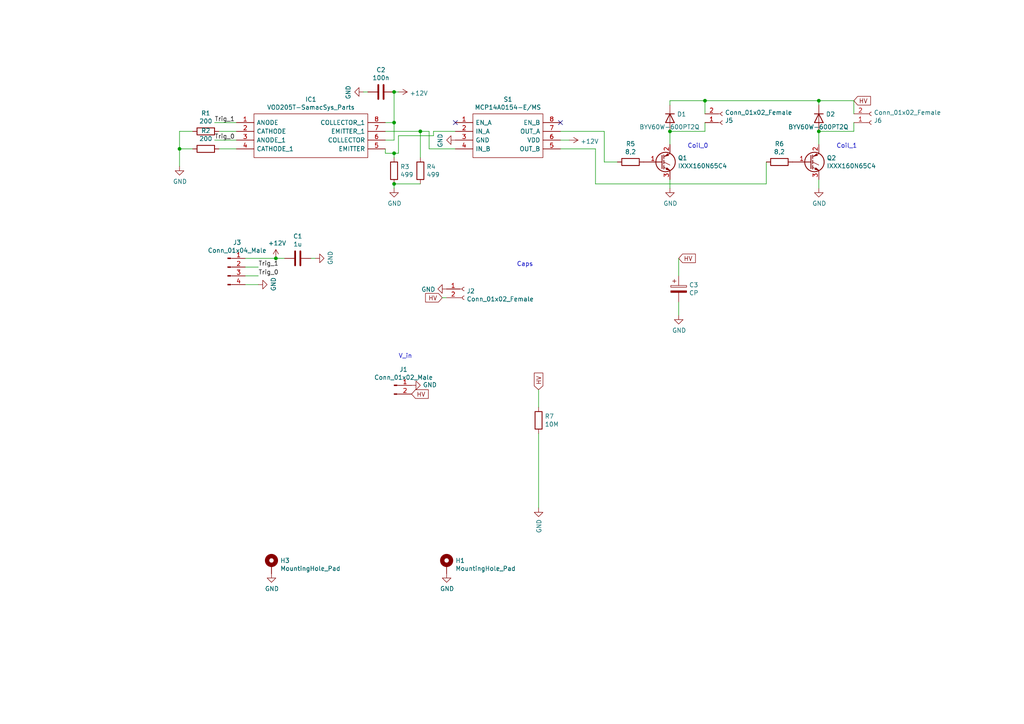
<source format=kicad_sch>
(kicad_sch (version 20230121) (generator eeschema)
  (paper "A4")
  (lib_symbols
    (symbol "Device:C" (pin_numbers hide) (pin_names (offset 0.254))
      (property "Reference" "C" (at 0.635 2.54 0))
      (property "Value" "C" (at 0.635 -2.54 0))
      (symbol "C_0_1"
        (polyline (pts (xy -2.032 -0.762) (xy 2.032 -0.762)) (stroke (width 0.508)))
        (polyline (pts (xy -2.032 0.762) (xy 2.032 0.762)) (stroke (width 0.508)))
      )
      (symbol "C_1_1"
        (pin passive line (at 0 3.81 270) (length 2.794) (name "~") (number "1"))
        (pin passive line (at 0 -3.81 90) (length 2.794) (name "~") (number "2"))
      )
    )
    (symbol "Device:D" (pin_numbers hide) (pin_names (offset 1.016) hide)
      (property "Reference" "D" (at 0 2.54 0))
      (property "Value" "D" (at 0 -2.54 0))
      (symbol "D_0_1"
        (polyline (pts (xy -1.27 1.27) (xy -1.27 -1.27)) (stroke (width 0.254)))
        (polyline (pts (xy 1.27 0) (xy -1.27 0)))
        (polyline (pts (xy 1.27 1.27) (xy 1.27 -1.27) (xy -1.27 0) (xy 1.27 1.27)) (stroke (width 0.254)))
      )
      (symbol "D_1_1"
        (pin passive line (at -3.81 0 0) (length 2.54) (name "K") (number "1"))
        (pin passive line (at 3.81 0 180) (length 2.54) (name "A") (number "2"))
      )
    )
    (symbol "Device:Q_NIGBT_GCE" (pin_names (offset 0) hide)
      (property "Reference" "Q" (at 5.08 1.27 0))
      (property "Value" "Q_NIGBT_GCE" (at 5.08 -1.27 0))
      (symbol "Q_NIGBT_GCE_0_1"
        (polyline (pts (xy 0.762 -1.016) (xy 0.762 -2.032)) (stroke (width 0.254)))
        (polyline (pts (xy 0.762 0.508) (xy 0.762 -0.508)) (stroke (width 0.254)))
        (polyline (pts (xy 0.762 2.032) (xy 0.762 1.016)) (stroke (width 0.254)))
        (polyline (pts (xy 2.54 -2.413) (xy 0.762 -1.524)))
        (polyline (pts (xy 2.54 -0.889) (xy 0.762 0)))
        (polyline (pts (xy 2.54 2.413) (xy 0.762 1.524)))
        (polyline (pts (xy 0.254 1.905) (xy 0.254 -1.905) (xy 0.254 -1.905)) (stroke (width 0.254)))
        (polyline (pts (xy 1.397 -2.159) (xy 1.651 -1.651) (xy 2.54 -2.413) (xy 1.397 -2.159)) (fill (type outline)))
        (polyline (pts (xy 2.159 1.905) (xy 1.905 2.413) (xy 1.016 1.651) (xy 2.159 1.905)) (fill (type outline)))
        (circle (center 1.27 0) (radius 2.8194) (stroke (width 0.254)))
      )
      (symbol "Q_NIGBT_GCE_1_1"
        (pin input line (at -5.08 0 0) (length 5.334) (name "G") (number "1"))
        (pin passive line (at 2.54 5.08 270) (length 2.54) (name "C") (number "2"))
        (pin passive line (at 2.54 -5.08 90) (length 2.54) (name "E") (number "3"))
      )
    )
    (symbol "Device:R" (pin_numbers hide) (pin_names (offset 0))
      (property "Reference" "R" (at 2.032 0 90))
      (property "Value" "R" (at 0 0 90))
      (symbol "R_0_1"
        (rectangle (start -1.016 -2.54) (end 1.016 2.54) (stroke (width 0.254)))
      )
      (symbol "R_1_1"
        (pin passive line (at 0 3.81 270) (length 1.27) (name "~") (number "1"))
        (pin passive line (at 0 -3.81 90) (length 1.27) (name "~") (number "2"))
      )
    )
    (symbol "Majestix-rescue:CP-Device" (pin_numbers hide) (pin_names (offset 0.254))
      (property "Reference" "C" (at 0.635 2.54 0))
      (property "Value" "Device_CP" (at 0.635 -2.54 0))
      (symbol "CP-Device_0_1"
        (rectangle (start -2.286 0.508) (end 2.286 1.016))
        (polyline (pts (xy -1.778 2.286) (xy -0.762 2.286)))
        (polyline (pts (xy -1.27 2.794) (xy -1.27 1.778)))
        (rectangle (start 2.286 -0.508) (end -2.286 -1.016) (fill (type outline)))
      )
      (symbol "CP-Device_1_1"
        (pin passive line (at 0 3.81 270) (length 2.794) (name "~") (number "1"))
        (pin passive line (at 0 -3.81 90) (length 2.794) (name "~") (number "2"))
      )
    )
    (symbol "Majestix-rescue:Conn_01x02_Female-Connector" (pin_names (offset 1.016) hide)
      (property "Reference" "J" (at 0 2.54 0))
      (property "Value" "Connector_Conn_01x02_Female" (at 0 -5.08 0))
      (symbol "Conn_01x02_Female-Connector_1_1"
        (arc (start 0 -2.032) (mid -0.5058 -2.54) (end 0 -3.048) (stroke (width 0.1524)))
        (polyline (pts (xy -1.27 -2.54) (xy -0.508 -2.54)) (stroke (width 0.1524)))
        (polyline (pts (xy -1.27 0) (xy -0.508 0)) (stroke (width 0.1524)))
        (arc (start 0 0.508) (mid -0.5058 0) (end 0 -0.508) (stroke (width 0.1524)))
        (pin passive line (at -5.08 0 0) (length 3.81) (name "Pin_1") (number "1"))
        (pin passive line (at -5.08 -2.54 0) (length 3.81) (name "Pin_2") (number "2"))
      )
    )
    (symbol "Majestix-rescue:Conn_01x02_Male-Connector" (pin_names (offset 1.016) hide)
      (property "Reference" "J" (at 0 2.54 0))
      (property "Value" "Connector_Conn_01x02_Male" (at 0 -5.08 0))
      (symbol "Conn_01x02_Male-Connector_1_1"
        (polyline (pts (xy 1.27 -2.54) (xy 0.8636 -2.54)) (stroke (width 0.1524)))
        (polyline (pts (xy 1.27 0) (xy 0.8636 0)) (stroke (width 0.1524)))
        (rectangle (start 0.8636 -2.413) (end 0 -2.667) (stroke (width 0.1524)) (fill (type outline)))
        (rectangle (start 0.8636 0.127) (end 0 -0.127) (stroke (width 0.1524)) (fill (type outline)))
        (pin passive line (at 5.08 0 180) (length 3.81) (name "Pin_1") (number "1"))
        (pin passive line (at 5.08 -2.54 180) (length 3.81) (name "Pin_2") (number "2"))
      )
    )
    (symbol "Majestix-rescue:Conn_01x04_Male-Connector" (pin_names (offset 1.016) hide)
      (property "Reference" "J" (at 0 5.08 0))
      (property "Value" "Connector_Conn_01x04_Male" (at 0 -7.62 0))
      (symbol "Conn_01x04_Male-Connector_1_1"
        (polyline (pts (xy 1.27 -5.08) (xy 0.8636 -5.08)) (stroke (width 0.1524)))
        (polyline (pts (xy 1.27 -2.54) (xy 0.8636 -2.54)) (stroke (width 0.1524)))
        (polyline (pts (xy 1.27 0) (xy 0.8636 0)) (stroke (width 0.1524)))
        (polyline (pts (xy 1.27 2.54) (xy 0.8636 2.54)) (stroke (width 0.1524)))
        (rectangle (start 0.8636 -4.953) (end 0 -5.207) (stroke (width 0.1524)) (fill (type outline)))
        (rectangle (start 0.8636 -2.413) (end 0 -2.667) (stroke (width 0.1524)) (fill (type outline)))
        (rectangle (start 0.8636 0.127) (end 0 -0.127) (stroke (width 0.1524)) (fill (type outline)))
        (rectangle (start 0.8636 2.667) (end 0 2.413) (stroke (width 0.1524)) (fill (type outline)))
        (pin passive line (at 5.08 2.54 180) (length 3.81) (name "Pin_1") (number "1"))
        (pin passive line (at 5.08 0 180) (length 3.81) (name "Pin_2") (number "2"))
        (pin passive line (at 5.08 -2.54 180) (length 3.81) (name "Pin_3") (number "3"))
        (pin passive line (at 5.08 -5.08 180) (length 3.81) (name "Pin_4") (number "4"))
      )
    )
    (symbol "Maradona-rescue:MCP14A0154-E_MS-SamacSys_Parts" (pin_names (offset 0.762))
      (property "Reference" "S" (at 26.67 7.62 0))
      (property "Value" "MCP14A0154-E_MS-SamacSys_Parts" (at 26.67 5.08 0))
      (symbol "MCP14A0154-E_MS-SamacSys_Parts_0_0"
        (pin passive line (at 0 0 0) (length 5.08) (name "EN_A") (number "1"))
        (pin input line (at 0 -2.54 0) (length 5.08) (name "IN_A") (number "2"))
        (pin power_in line (at 0 -5.08 0) (length 5.08) (name "GND") (number "3"))
        (pin input line (at 0 -7.62 0) (length 5.08) (name "IN_B") (number "4"))
        (pin output line (at 30.48 -7.62 180) (length 5.08) (name "OUT_B") (number "5"))
        (pin power_in line (at 30.48 -5.08 180) (length 5.08) (name "VDD") (number "6"))
        (pin output line (at 30.48 -2.54 180) (length 5.08) (name "OUT_A") (number "7"))
        (pin passive line (at 30.48 0 180) (length 5.08) (name "EN_B") (number "8"))
      )
      (symbol "MCP14A0154-E_MS-SamacSys_Parts_0_1"
        (polyline (pts (xy 5.08 2.54) (xy 25.4 2.54) (xy 25.4 -10.16) (xy 5.08 -10.16) (xy 5.08 2.54)) (stroke (width 0.1524)))
      )
    )
    (symbol "Maradona-rescue:VOD205T-SamacSys_Parts" (pin_names (offset 0.762))
      (property "Reference" "IC" (at 39.37 7.62 0))
      (property "Value" "VOD205T-SamacSys_Parts" (at 39.37 5.08 0))
      (symbol "VOD205T-SamacSys_Parts_0_0"
        (pin passive line (at 0 0 0) (length 5.08) (name "ANODE") (number "1"))
        (pin passive line (at 0 -2.54 0) (length 5.08) (name "CATHODE") (number "2"))
        (pin passive line (at 0 -5.08 0) (length 5.08) (name "ANODE_1") (number "3"))
        (pin passive line (at 0 -7.62 0) (length 5.08) (name "CATHODE_1") (number "4"))
        (pin passive line (at 43.18 -7.62 180) (length 5.08) (name "EMITTER") (number "5"))
        (pin passive line (at 43.18 -5.08 180) (length 5.08) (name "COLLECTOR") (number "6"))
        (pin passive line (at 43.18 -2.54 180) (length 5.08) (name "EMITTER_1") (number "7"))
        (pin passive line (at 43.18 0 180) (length 5.08) (name "COLLECTOR_1") (number "8"))
      )
      (symbol "VOD205T-SamacSys_Parts_0_1"
        (polyline (pts (xy 5.08 2.54) (xy 38.1 2.54) (xy 38.1 -10.16) (xy 5.08 -10.16) (xy 5.08 2.54)) (stroke (width 0.1524)))
      )
    )
    (symbol "Mechanical:MountingHole_Pad" (pin_numbers hide) (pin_names (offset 1.016) hide)
      (property "Reference" "H" (at 0 6.35 0))
      (property "Value" "MountingHole_Pad" (at 0 4.445 0))
      (symbol "MountingHole_Pad_0_1"
        (circle (center 0 1.27) (radius 1.27) (stroke (width 1.27)))
      )
      (symbol "MountingHole_Pad_1_1"
        (pin input line (at 0 -2.54 90) (length 2.54) (name "1") (number "1"))
      )
    )
    (symbol "power:+12V" (power) (pin_names (offset 0))
      (property "Value" "+12V" (at 0 3.556 0))
      (symbol "+12V_0_1"
        (polyline (pts (xy -0.762 1.27) (xy 0 2.54)))
        (polyline (pts (xy 0 0) (xy 0 2.54)))
        (polyline (pts (xy 0 2.54) (xy 0.762 1.27)))
      )
      (symbol "+12V_1_1"
        (pin power_in line (at 0 0 90) (length 0) hide (name "+12V") (number "1"))
      )
    )
    (symbol "power:GND" (power) (pin_names (offset 0))
      (property "Value" "GND" (at 0 -3.81 0))
      (symbol "GND_0_1"
        (polyline (pts (xy 0 0) (xy 0 -1.27) (xy 1.27 -1.27) (xy 0 -2.54) (xy -1.27 -1.27) (xy 0 -1.27)))
      )
      (symbol "GND_1_1"
        (pin power_in line (at 0 0 270) (length 0) hide (name "GND") (number "1"))
      )
    )
  )
  (junction (at 204.47 29.21))
  (junction (at 237.49 29.21))
  (junction (at 114.3 26.67))
  (junction (at 121.92 38.1))
  (junction (at 52.07 43.18))
  (junction (at 114.3 35.56))
  (junction (at 80.01 74.93))
  (junction (at 237.49 38.1))
  (junction (at 194.31 38.1))
  (junction (at 114.3 44.45))
  (junction (at 114.3 53.34))
  (no_connect (at 162.56 35.56))
  (no_connect (at 132.08 35.56))
  (wire (pts (xy 114.3 35.56) (xy 114.3 40.64)))
  (wire (pts (xy 247.65 29.21) (xy 247.65 33.02)))
  (wire (pts (xy 111.76 44.45) (xy 111.76 43.18)))
  (wire (pts (xy 156.21 125.73) (xy 156.21 147.32)))
  (wire (pts (xy 62.23 40.64) (xy 68.58 40.64)))
  (wire (pts (xy 204.47 29.21) (xy 194.31 29.21)))
  (wire (pts (xy 247.65 35.56) (xy 247.65 38.1)))
  (wire (pts (xy 194.31 29.21) (xy 194.31 30.48)))
  (wire (pts (xy 196.85 87.63) (xy 196.85 91.44)))
  (wire (pts (xy 121.92 38.1) (xy 111.76 38.1)))
  (wire (pts (xy 114.3 44.45) (xy 111.76 44.45)))
  (wire (pts (xy 175.26 46.99) (xy 179.07 46.99)))
  (wire (pts (xy 162.56 40.64) (xy 165.1 40.64)))
  (wire (pts (xy 80.01 74.93) (xy 82.55 74.93)))
  (wire (pts (xy 74.93 77.47) (xy 71.12 77.47)))
  (wire (pts (xy 162.56 38.1) (xy 175.26 38.1)))
  (wire (pts (xy 62.23 35.56) (xy 68.58 35.56)))
  (wire (pts (xy 125.73 38.1) (xy 132.08 38.1)))
  (wire (pts (xy 156.21 118.11) (xy 156.21 113.03)))
  (wire (pts (xy 237.49 54.61) (xy 237.49 52.07)))
  (wire (pts (xy 204.47 38.1) (xy 194.31 38.1)))
  (wire (pts (xy 114.3 53.34) (xy 121.92 53.34)))
  (wire (pts (xy 125.73 39.37) (xy 125.73 38.1)))
  (wire (pts (xy 172.72 53.34) (xy 222.25 53.34)))
  (wire (pts (xy 52.07 43.18) (xy 52.07 38.1)))
  (wire (pts (xy 91.44 74.93) (xy 90.17 74.93)))
  (wire (pts (xy 115.57 39.37) (xy 115.57 44.45)))
  (wire (pts (xy 115.57 26.67) (xy 114.3 26.67)))
  (wire (pts (xy 114.3 40.64) (xy 111.76 40.64)))
  (wire (pts (xy 124.46 43.18) (xy 132.08 43.18)))
  (wire (pts (xy 204.47 33.02) (xy 204.47 29.21)))
  (wire (pts (xy 204.47 35.56) (xy 204.47 38.1)))
  (wire (pts (xy 175.26 38.1) (xy 175.26 46.99)))
  (wire (pts (xy 115.57 44.45) (xy 114.3 44.45)))
  (wire (pts (xy 71.12 74.93) (xy 80.01 74.93)))
  (wire (pts (xy 63.5 38.1) (xy 68.58 38.1)))
  (wire (pts (xy 124.46 38.1) (xy 124.46 43.18)))
  (wire (pts (xy 196.85 80.01) (xy 196.85 74.93)))
  (wire (pts (xy 74.93 82.55) (xy 71.12 82.55)))
  (wire (pts (xy 114.3 35.56) (xy 111.76 35.56)))
  (wire (pts (xy 115.57 39.37) (xy 125.73 39.37)))
  (wire (pts (xy 105.41 26.67) (xy 106.68 26.67)))
  (wire (pts (xy 247.65 38.1) (xy 237.49 38.1)))
  (wire (pts (xy 237.49 29.21) (xy 247.65 29.21)))
  (wire (pts (xy 114.3 54.61) (xy 114.3 53.34)))
  (wire (pts (xy 237.49 41.91) (xy 237.49 38.1)))
  (wire (pts (xy 121.92 45.72) (xy 121.92 38.1)))
  (wire (pts (xy 114.3 26.67) (xy 114.3 35.56)))
  (wire (pts (xy 74.93 80.01) (xy 71.12 80.01)))
  (wire (pts (xy 194.31 41.91) (xy 194.31 38.1)))
  (wire (pts (xy 172.72 43.18) (xy 172.72 53.34)))
  (wire (pts (xy 63.5 43.18) (xy 68.58 43.18)))
  (wire (pts (xy 162.56 43.18) (xy 172.72 43.18)))
  (wire (pts (xy 52.07 48.26) (xy 52.07 43.18)))
  (wire (pts (xy 52.07 38.1) (xy 55.88 38.1)))
  (wire (pts (xy 222.25 53.34) (xy 222.25 46.99)))
  (wire (pts (xy 194.31 54.61) (xy 194.31 52.07)))
  (wire (pts (xy 237.49 29.21) (xy 237.49 30.48)))
  (wire (pts (xy 128.27 86.36) (xy 129.54 86.36)))
  (wire (pts (xy 114.3 45.72) (xy 114.3 44.45)))
  (wire (pts (xy 204.47 29.21) (xy 237.49 29.21)))
  (wire (pts (xy 121.92 38.1) (xy 124.46 38.1)))
  (wire (pts (xy 55.88 43.18) (xy 52.07 43.18)))
  (text "Coil_0" (at 199.39 43.18 0) (effects (font (size 1.27 1.27)) (justify left bottom)))
  (text "V_in" (at 115.57 104.14 0) (effects (font (size 1.27 1.27)) (justify left bottom)))
  (text "Coil_1\n" (at 242.57 43.18 0) (effects (font (size 1.27 1.27)) (justify left bottom)))
  (text "Caps" (at 149.86 77.47 0) (effects (font (size 1.27 1.27)) (justify left bottom)))
  (label "Trig_1" (at 62.23 35.56 0))
  (label "Trig_0" (at 74.93 80.01 0))
  (label "Trig_1" (at 74.93 77.47 0))
  (label "Trig_0" (at 62.23 40.64 0))
  (global_label "HV" (shape input) (at 128.27 86.36 180) (property "Intersheetrefs" "${INTERSHEET_REFS}" (effects hide)))
  (global_label "HV" (shape input) (at 196.85 74.93 0) (property "Intersheetrefs" "${INTERSHEET_REFS}" (effects hide)))
  (global_label "HV" (shape input) (at 119.38 114.3 0) (property "Intersheetrefs" "${INTERSHEET_REFS}" (effects hide)))
  (global_label "HV" (shape input) (at 247.65 29.21 0) (property "Intersheetrefs" "${INTERSHEET_REFS}" (effects hide)))
  (global_label "HV" (shape input) (at 156.21 113.03 90) (property "Intersheetrefs" "${INTERSHEET_REFS}" (effects hide)))
  (symbol (lib_id "Mechanical:MountingHole_Pad") (at 78.74 163.83 0) (unit 1)
    (property "Reference" "H3" (at 81.28 162.5854 0) (effects (justify left)))
    (property "Value" "MountingHole_Pad" (at 81.28 164.8968 0) (effects (justify left)))
    (property "Footprint" "MountingHole:MountingHole_3.2mm_M3_Pad_Via" (effects hide))
  )
  (symbol (lib_id "power:GND") (at 78.74 166.37 0) (unit 1)
    (property "Reference" "#PWR07" (effects hide))
    (property "Value" "GND" (at 78.867 170.7642 0))
  )
  (symbol (lib_id "Maradona-rescue:VOD205T-SamacSys_Parts") (at 68.58 35.56 0) (unit 1)
    (property "Reference" "IC1" (at 90.17 28.829 0))
    (property "Value" "VOD205T-SamacSys_Parts" (at 90.17 31.1404 0))
    (property "Footprint" "Package_SO:SOIC-8_3.9x4.9mm_P1.27mm" (effects hide))
    (property "Datasheet" "http://www.vishay.com/docs/81956/vod205t.pdf" (effects hide))
    (property "Description" "Vishay VOD205T DC Input, Transistor Output Dual Optocoupler, SMT SOIC 8" (effects hide))
    (property "Height" "3.23" (effects hide))
    (property "Mouser Part Number" "78-VOD205T" (effects hide))
    (property "Mouser Price/Stock" "https://www.mouser.co.uk/ProductDetail/Vishay-Semiconductors/VOD205T?qs=OZzrG8p9eNh%2FWG3FDe7e4g%3D%3D" (effects hide))
    (property "Manufacturer_Name" "Vishay" (effects hide))
    (property "Manufacturer_Part_Number" "VOD205T" (effects hide))
  )
  (symbol (lib_id "Maradona-rescue:MCP14A0154-E_MS-SamacSys_Parts") (at 132.08 35.56 0) (unit 1)
    (property "Reference" "S1" (at 147.32 28.829 0))
    (property "Value" "MCP14A0154-E/MS" (at 147.32 31.1404 0))
    (property "Footprint" "Package_SO:MSOP-8_3x3mm_P0.65mm" (effects hide))
    (property "Datasheet" "https://componentsearchengine.com/Datasheets/2/MCP14A0154-E_MS.pdf" (effects hide))
    (property "Description" "Microchip MCP14A0154-E/MS, Dual MOSFET Power Driver 1.5A, 4.5  18 V, Dual Non-Inverting, 8-Pin MSOP" (effects hide))
    (property "Height" "1.1" (effects hide))
    (property "Mouser Part Number" "579-MCP14A0154-E/MS" (effects hide))
    (property "Mouser Price/Stock" "https://www.mouser.co.uk/ProductDetail/Microchip-Technology/MCP14A0154-E-MS?qs=BA62vJVifGqF0sNb%2Fqbaeg%3D%3D" (effects hide))
    (property "Manufacturer_Name" "Microchip" (effects hide))
    (property "Manufacturer_Part_Number" "MCP14A0154-E/MS" (effects hide))
  )
  (symbol (lib_id "Device:Q_NIGBT_GCE") (at 191.77 46.99 0) (unit 1)
    (property "Reference" "Q1" (at 196.596 45.8216 0) (effects (justify left)))
    (property "Value" "IXXX160N65C4" (at 196.596 48.133 0) (effects (justify left)))
    (property "Footprint" "Package_TO_SOT_THT:TO-247-3_Vertical" (effects hide))
  )
  (symbol (lib_id "Device:R") (at 182.88 46.99 270) (unit 1)
    (property "Reference" "R5" (at 182.88 41.7322 90))
    (property "Value" "8,2" (at 182.88 44.0436 90))
    (property "Footprint" "Resistor_SMD:R_0805_2012Metric_Pad1.15x1.40mm_HandSolder" (effects hide))
  )
  (symbol (lib_id "Device:D") (at 194.31 34.29 270) (unit 1)
    (property "Reference" "D1" (at 196.342 33.1216 90) (effects (justify left)))
    (property "Value" "BYV60W-600PT2Q" (at 185.42 36.83 90) (effects (justify left)))
    (property "Footprint" "Package_TO_SOT_THT:TO-247-2_Vertical" (effects hide))
  )
  (symbol (lib_id "Device:R") (at 226.06 46.99 270) (unit 1)
    (property "Reference" "R6" (at 226.06 41.7322 90))
    (property "Value" "8,2" (at 226.06 44.0436 90))
    (property "Footprint" "Resistor_SMD:R_0805_2012Metric_Pad1.15x1.40mm_HandSolder" (effects hide))
  )
  (symbol (lib_id "Device:Q_NIGBT_GCE") (at 234.95 46.99 0) (unit 1)
    (property "Reference" "Q2" (at 239.776 45.8216 0) (effects (justify left)))
    (property "Value" "IXXX160N65C4" (at 239.776 48.133 0) (effects (justify left)))
    (property "Footprint" "Package_TO_SOT_THT:TO-247-3_Vertical" (effects hide))
  )
  (symbol (lib_id "Device:D") (at 237.49 34.29 270) (unit 1)
    (property "Reference" "D2" (at 239.522 33.1216 90) (effects (justify left)))
    (property "Value" "BYV60W-600PT2Q" (at 228.6 36.83 90) (effects (justify left)))
    (property "Footprint" "Package_TO_SOT_THT:TO-247-2_Vertical" (effects hide))
  )
  (symbol (lib_id "Majestix-rescue:Conn_01x02_Female-Connector") (at 209.55 35.56 0) (mirror x) (unit 1)
    (property "Reference" "J5" (at 210.2612 34.9504 0) (effects (justify left)))
    (property "Value" "Conn_01x02_Female" (at 210.2612 32.639 0) (effects (justify left)))
    (property "Footprint" "Obelix_Libary:AMASS_XT60-F_1x02_P7.20mm_Vertical_modified" (effects hide))
  )
  (symbol (lib_id "Majestix-rescue:Conn_01x02_Female-Connector") (at 252.73 35.56 0) (mirror x) (unit 1)
    (property "Reference" "J6" (at 253.4412 34.9504 0) (effects (justify left)))
    (property "Value" "Conn_01x02_Female" (at 253.4412 32.639 0) (effects (justify left)))
    (property "Footprint" "Obelix_Libary:AMASS_XT60-F_1x02_P7.20mm_Vertical_modified" (effects hide))
  )
  (symbol (lib_id "power:GND") (at 194.31 54.61 0) (unit 1)
    (property "Reference" "#PWR018" (effects hide))
    (property "Value" "GND" (at 194.437 59.0042 0))
  )
  (symbol (lib_id "power:GND") (at 237.49 54.61 0) (unit 1)
    (property "Reference" "#PWR019" (effects hide))
    (property "Value" "GND" (at 237.617 59.0042 0))
  )
  (symbol (lib_id "power:+12V") (at 165.1 40.64 270) (unit 1)
    (property "Reference" "#PWR017" (effects hide))
    (property "Value" "+12V" (at 168.3512 41.021 90) (effects (justify left)))
  )
  (symbol (lib_id "power:+12V") (at 115.57 26.67 270) (unit 1)
    (property "Reference" "#PWR014" (effects hide))
    (property "Value" "+12V" (at 118.8212 27.051 90) (effects (justify left)))
  )
  (symbol (lib_id "Device:C") (at 110.49 26.67 270) (unit 1)
    (property "Reference" "C2" (at 110.49 20.2692 90))
    (property "Value" "100n" (at 110.49 22.5806 90))
    (property "Footprint" "Capacitor_SMD:C_0805_2012Metric_Pad1.15x1.40mm_HandSolder" (effects hide))
  )
  (symbol (lib_id "power:GND") (at 105.41 26.67 270) (unit 1)
    (property "Reference" "#PWR012" (effects hide))
    (property "Value" "GND" (at 101.0158 26.797 0))
  )
  (symbol (lib_id "Majestix-rescue:Conn_01x02_Female-Connector") (at 134.62 83.82 0) (unit 1)
    (property "Reference" "J2" (at 135.3312 84.4296 0) (effects (justify left)))
    (property "Value" "Conn_01x02_Female" (at 135.3312 86.741 0) (effects (justify left)))
    (property "Footprint" "Obelix_Libary:AMASS_XT30U-F_1x02_P5.0mm_Vertical_modified" (effects hide))
  )
  (symbol (lib_id "Device:R") (at 114.3 49.53 0) (unit 1)
    (property "Reference" "R3" (at 116.078 48.3616 0) (effects (justify left)))
    (property "Value" "499" (at 116.078 50.673 0) (effects (justify left)))
    (property "Footprint" "Resistor_SMD:R_0805_2012Metric_Pad1.15x1.40mm_HandSolder" (effects hide))
  )
  (symbol (lib_id "Device:R") (at 121.92 49.53 0) (unit 1)
    (property "Reference" "R4" (at 123.698 48.3616 0) (effects (justify left)))
    (property "Value" "499" (at 123.698 50.673 0) (effects (justify left)))
    (property "Footprint" "Resistor_SMD:R_0805_2012Metric_Pad1.15x1.40mm_HandSolder" (effects hide))
  )
  (symbol (lib_id "Majestix-rescue:Conn_01x02_Male-Connector") (at 114.3 111.76 0) (unit 1)
    (property "Reference" "J1" (at 117.0432 107.1626 0))
    (property "Value" "Conn_01x02_Male" (at 117.0432 109.474 0))
    (property "Footprint" "Connector_Molex:Molex_Micro-Fit_3.0_43650-0215_1x02_P3.00mm_Vertical" (effects hide))
  )
  (symbol (lib_id "power:GND") (at 129.54 83.82 270) (unit 1)
    (property "Reference" "#PWR02" (effects hide))
    (property "Value" "GND" (at 126.2888 83.947 90) (effects (justify right)))
  )
  (symbol (lib_id "power:GND") (at 119.38 111.76 90) (unit 1)
    (property "Reference" "#PWR01" (effects hide))
    (property "Value" "GND" (at 122.6312 111.633 90) (effects (justify right)))
  )
  (symbol (lib_id "power:GND") (at 114.3 54.61 0) (unit 1)
    (property "Reference" "#PWR013" (effects hide))
    (property "Value" "GND" (at 114.427 59.0042 0))
  )
  (symbol (lib_id "Mechanical:MountingHole_Pad") (at 129.54 163.83 0) (unit 1)
    (property "Reference" "H1" (at 132.08 162.5854 0) (effects (justify left)))
    (property "Value" "MountingHole_Pad" (at 132.08 164.8968 0) (effects (justify left)))
    (property "Footprint" "MountingHole:MountingHole_3.2mm_M3_Pad_Via" (effects hide))
  )
  (symbol (lib_id "Device:R") (at 59.69 43.18 90) (unit 1)
    (property "Reference" "R2" (at 59.69 37.9222 90))
    (property "Value" "200" (at 59.69 40.2336 90))
    (property "Footprint" "Resistor_SMD:R_0805_2012Metric_Pad1.15x1.40mm_HandSolder" (effects hide))
  )
  (symbol (lib_id "power:GND") (at 129.54 166.37 0) (unit 1)
    (property "Reference" "#PWR05" (effects hide))
    (property "Value" "GND" (at 129.667 170.7642 0))
  )
  (symbol (lib_id "Device:R") (at 59.69 38.1 90) (unit 1)
    (property "Reference" "R1" (at 59.69 32.8422 90))
    (property "Value" "200" (at 59.69 35.1536 90))
    (property "Footprint" "Resistor_SMD:R_0805_2012Metric_Pad1.15x1.40mm_HandSolder" (effects hide))
  )
  (symbol (lib_id "power:GND") (at 52.07 48.26 0) (unit 1)
    (property "Reference" "#PWR04" (effects hide))
    (property "Value" "GND" (at 52.197 52.6542 0))
  )
  (symbol (lib_id "power:GND") (at 132.08 40.64 270) (unit 1)
    (property "Reference" "#PWR015" (effects hide))
    (property "Value" "GND" (at 127.6858 40.767 0))
  )
  (symbol (lib_id "Majestix-rescue:Conn_01x04_Male-Connector") (at 66.04 77.47 0) (unit 1)
    (property "Reference" "J3" (at 68.7832 70.3326 0))
    (property "Value" "Conn_01x04_Male" (at 68.7832 72.644 0))
    (property "Footprint" "Connector_JST:JST_PH_B4B-PH-K_1x04_P2.00mm_Vertical" (effects hide))
  )
  (symbol (lib_id "Device:C") (at 86.36 74.93 270) (unit 1)
    (property "Reference" "C1" (at 86.36 68.5292 90))
    (property "Value" "1u" (at 86.36 70.8406 90))
    (property "Footprint" "Capacitor_SMD:C_0805_2012Metric_Pad1.15x1.40mm_HandSolder" (effects hide))
  )
  (symbol (lib_id "power:GND") (at 91.44 74.93 90) (unit 1)
    (property "Reference" "#PWR010" (effects hide))
    (property "Value" "GND" (at 95.8342 74.803 0))
  )
  (symbol (lib_id "power:GND") (at 74.93 82.55 90) (unit 1)
    (property "Reference" "#PWR08" (effects hide))
    (property "Value" "GND" (at 79.3242 82.423 0))
  )
  (symbol (lib_id "power:+12V") (at 80.01 74.93 0) (unit 1)
    (property "Reference" "#PWR09" (effects hide))
    (property "Value" "+12V" (at 80.391 70.5358 0))
  )
  (symbol (lib_id "Majestix-rescue:CP-Device") (at 196.85 83.82 0) (unit 1)
    (property "Reference" "C3" (at 199.8472 82.6516 0) (effects (justify left)))
    (property "Value" "CP" (at 199.8472 84.963 0) (effects (justify left)))
    (property "Footprint" "Capacitor_THT:CP_Radial_D30.0mm_P10.00mm_SnapIn" (effects hide))
  )
  (symbol (lib_id "power:GND") (at 196.85 91.44 0) (unit 1)
    (property "Reference" "#PWR0101" (effects hide))
    (property "Value" "GND" (at 196.977 95.8342 0))
  )
  (symbol (lib_id "Device:R") (at 156.21 121.92 0) (unit 1)
    (property "Reference" "R7" (at 157.988 120.7516 0) (effects (justify left)))
    (property "Value" "10M" (at 157.988 123.063 0) (effects (justify left)))
    (property "Footprint" "Resistor_SMD:R_2010_5025Metric_Pad1.52x2.65mm_HandSolder" (effects hide))
  )
  (symbol (lib_id "power:GND") (at 156.21 147.32 0) (unit 1)
    (property "Reference" "#PWR03" (effects hide))
    (property "Value" "GND" (at 156.337 150.5712 90) (effects (justify right)))
  )
)
</source>
